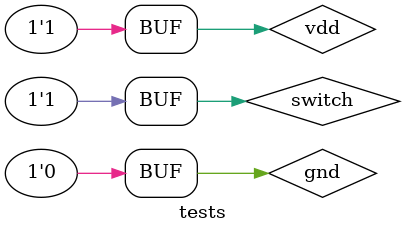
<source format=v>

/**
 * Iesus Hominum Salvator.
 */

module tests();
    
    supply0 gnd;
    supply1 vdd;

    reg switch;
    wire result;
    
    inverter c1(.switch(switch), .result(result), .vdd(vdd), .gnd(gnd));

    initial begin
        switch <= 0;

        $display("Inverter - IHS <3\n");
        $monitor("[%0t]\tswitch: %0b, result: %0b", $time, switch, result);

        #5 switch <= 1;
        #5 switch <= 0;
        #5 switch <= 1;
    end
endmodule



</source>
